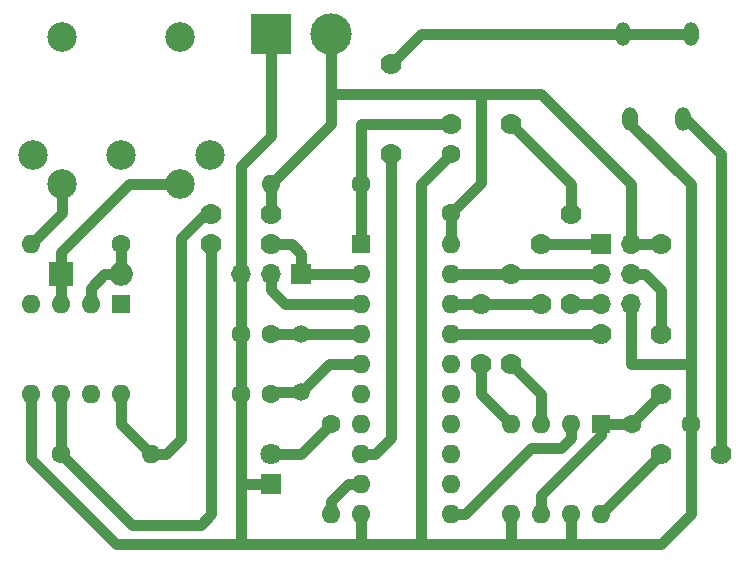
<source format=gbl>
G04 #@! TF.GenerationSoftware,KiCad,Pcbnew,5.0.2+dfsg1-1~bpo9+1*
G04 #@! TF.CreationDate,2019-03-22T20:12:16+01:00*
G04 #@! TF.ProjectId,main,6d61696e-2e6b-4696-9361-645f70636258,v03*
G04 #@! TF.SameCoordinates,Original*
G04 #@! TF.FileFunction,Copper,L2,Bot*
G04 #@! TF.FilePolarity,Positive*
%FSLAX46Y46*%
G04 Gerber Fmt 4.6, Leading zero omitted, Abs format (unit mm)*
G04 Created by KiCad (PCBNEW 5.0.2+dfsg1-1~bpo9+1) date Fri 22 Mar 2019 08:12:16 PM CET*
%MOMM*%
%LPD*%
G01*
G04 APERTURE LIST*
G04 #@! TA.AperFunction,ComponentPad*
%ADD10C,1.600000*%
G04 #@! TD*
G04 #@! TA.AperFunction,ComponentPad*
%ADD11R,1.800000X1.800000*%
G04 #@! TD*
G04 #@! TA.AperFunction,ComponentPad*
%ADD12C,1.800000*%
G04 #@! TD*
G04 #@! TA.AperFunction,ComponentPad*
%ADD13O,1.300000X2.000000*%
G04 #@! TD*
G04 #@! TA.AperFunction,ComponentPad*
%ADD14C,2.499360*%
G04 #@! TD*
G04 #@! TA.AperFunction,WasherPad*
%ADD15C,2.499360*%
G04 #@! TD*
G04 #@! TA.AperFunction,ComponentPad*
%ADD16R,1.700000X1.700000*%
G04 #@! TD*
G04 #@! TA.AperFunction,ComponentPad*
%ADD17O,1.700000X1.700000*%
G04 #@! TD*
G04 #@! TA.AperFunction,ComponentPad*
%ADD18R,1.600000X1.600000*%
G04 #@! TD*
G04 #@! TA.AperFunction,ComponentPad*
%ADD19O,1.600000X1.600000*%
G04 #@! TD*
G04 #@! TA.AperFunction,ComponentPad*
%ADD20C,1.500000*%
G04 #@! TD*
G04 #@! TA.AperFunction,ComponentPad*
%ADD21R,2.000000X2.000000*%
G04 #@! TD*
G04 #@! TA.AperFunction,ComponentPad*
%ADD22O,2.000000X2.000000*%
G04 #@! TD*
G04 #@! TA.AperFunction,ComponentPad*
%ADD23R,3.500120X3.500120*%
G04 #@! TD*
G04 #@! TA.AperFunction,ComponentPad*
%ADD24C,3.500120*%
G04 #@! TD*
G04 #@! TA.AperFunction,ViaPad*
%ADD25C,1.778000*%
G04 #@! TD*
G04 #@! TA.AperFunction,Conductor*
%ADD26C,0.889000*%
G04 #@! TD*
G04 APERTURE END LIST*
D10*
G04 #@! TO.P,C1,1*
G04 #@! TO.N,Net-(C1-Pad1)*
X27900000Y-30480000D03*
G04 #@! TO.P,C1,2*
G04 #@! TO.N,GND*
X25400000Y-30480000D03*
G04 #@! TD*
G04 #@! TO.P,C2,2*
G04 #@! TO.N,GND*
X25400000Y-35560000D03*
G04 #@! TO.P,C2,1*
G04 #@! TO.N,Net-(C2-Pad1)*
X27900000Y-35560000D03*
G04 #@! TD*
D11*
G04 #@! TO.P,D2,1*
G04 #@! TO.N,GND*
X27940000Y-43180000D03*
D12*
G04 #@! TO.P,D2,2*
G04 #@! TO.N,Net-(D2-Pad2)*
X27940000Y-40640000D03*
G04 #@! TD*
D13*
G04 #@! TO.P,J1,1*
G04 #@! TO.N,GND*
X58350000Y-12280000D03*
G04 #@! TO.P,J1,2*
G04 #@! TO.N,TRIG*
X57700000Y-5080000D03*
G04 #@! TO.P,J1,3*
G04 #@! TO.N,DACOUT*
X62850000Y-12280000D03*
G04 #@! TO.P,J1,2*
G04 #@! TO.N,TRIG*
X63500000Y-5080000D03*
G04 #@! TD*
D14*
G04 #@! TO.P,J2,3*
G04 #@! TO.N,Net-(J2-Pad3)*
X22738080Y-15278100D03*
G04 #@! TO.P,J2,4*
G04 #@! TO.N,Net-(J2-Pad4)*
X10243820Y-17780000D03*
G04 #@! TO.P,J2,2*
G04 #@! TO.N,Net-(J2-Pad2)*
X15240000Y-15280640D03*
G04 #@! TO.P,J2,1*
G04 #@! TO.N,Net-(J2-Pad1)*
X7741920Y-15278100D03*
G04 #@! TO.P,J2,5*
G04 #@! TO.N,Net-(D1-Pad1)*
X20236180Y-17780000D03*
D15*
G04 #@! TO.P,J2,*
G04 #@! TO.N,*
X10238740Y-5283200D03*
X20241260Y-5283200D03*
G04 #@! TD*
D16*
G04 #@! TO.P,J3,1*
G04 #@! TO.N,RX*
X30480000Y-25400000D03*
D17*
G04 #@! TO.P,J3,2*
G04 #@! TO.N,TX*
X27940000Y-25400000D03*
G04 #@! TO.P,J3,3*
G04 #@! TO.N,GND*
X25400000Y-25400000D03*
G04 #@! TD*
D16*
G04 #@! TO.P,J4,1*
G04 #@! TO.N,DO*
X55880000Y-22860000D03*
D17*
G04 #@! TO.P,J4,2*
G04 #@! TO.N,VCC*
X58420000Y-22860000D03*
G04 #@! TO.P,J4,3*
G04 #@! TO.N,SCK*
X55880000Y-25400000D03*
G04 #@! TO.P,J4,4*
G04 #@! TO.N,MOSI*
X58420000Y-25400000D03*
G04 #@! TO.P,J4,5*
G04 #@! TO.N,RST*
X55880000Y-27940000D03*
G04 #@! TO.P,J4,6*
G04 #@! TO.N,GND*
X58420000Y-27940000D03*
G04 #@! TD*
D18*
G04 #@! TO.P,U1,1*
G04 #@! TO.N,Net-(U1-Pad1)*
X15240000Y-27940000D03*
D19*
G04 #@! TO.P,U1,5*
G04 #@! TO.N,GND*
X7620000Y-35560000D03*
G04 #@! TO.P,U1,2*
G04 #@! TO.N,Net-(D1-Pad2)*
X12700000Y-27940000D03*
G04 #@! TO.P,U1,6*
G04 #@! TO.N,RX*
X10160000Y-35560000D03*
G04 #@! TO.P,U1,3*
G04 #@! TO.N,Net-(D1-Pad1)*
X10160000Y-27940000D03*
G04 #@! TO.P,U1,7*
G04 #@! TO.N,Net-(U1-Pad7)*
X12700000Y-35560000D03*
G04 #@! TO.P,U1,4*
G04 #@! TO.N,Net-(U1-Pad4)*
X7620000Y-27940000D03*
G04 #@! TO.P,U1,8*
G04 #@! TO.N,VCC*
X15240000Y-35560000D03*
G04 #@! TD*
G04 #@! TO.P,U2,8*
G04 #@! TO.N,DACOUT*
X55880000Y-45720000D03*
G04 #@! TO.P,U2,4*
G04 #@! TO.N,DO*
X48260000Y-38100000D03*
G04 #@! TO.P,U2,7*
G04 #@! TO.N,GND*
X53340000Y-45720000D03*
G04 #@! TO.P,U2,3*
G04 #@! TO.N,SCK*
X50800000Y-38100000D03*
G04 #@! TO.P,U2,6*
G04 #@! TO.N,VCC*
X50800000Y-45720000D03*
G04 #@! TO.P,U2,2*
G04 #@! TO.N,~CS*
X53340000Y-38100000D03*
G04 #@! TO.P,U2,5*
G04 #@! TO.N,GND*
X48260000Y-45720000D03*
D18*
G04 #@! TO.P,U2,1*
G04 #@! TO.N,VCC*
X55880000Y-38100000D03*
G04 #@! TD*
G04 #@! TO.P,U3,1*
G04 #@! TO.N,RST*
X35560000Y-22860000D03*
D19*
G04 #@! TO.P,U3,11*
G04 #@! TO.N,~CS*
X43180000Y-45720000D03*
G04 #@! TO.P,U3,2*
G04 #@! TO.N,RX*
X35560000Y-25400000D03*
G04 #@! TO.P,U3,12*
G04 #@! TO.N,Net-(U3-Pad12)*
X43180000Y-43180000D03*
G04 #@! TO.P,U3,3*
G04 #@! TO.N,TX*
X35560000Y-27940000D03*
G04 #@! TO.P,U3,13*
G04 #@! TO.N,Net-(U3-Pad13)*
X43180000Y-40640000D03*
G04 #@! TO.P,U3,4*
G04 #@! TO.N,Net-(C1-Pad1)*
X35560000Y-30480000D03*
G04 #@! TO.P,U3,14*
G04 #@! TO.N,Net-(U3-Pad14)*
X43180000Y-38100000D03*
G04 #@! TO.P,U3,5*
G04 #@! TO.N,Net-(C2-Pad1)*
X35560000Y-33020000D03*
G04 #@! TO.P,U3,15*
G04 #@! TO.N,Net-(U3-Pad15)*
X43180000Y-35560000D03*
G04 #@! TO.P,U3,6*
G04 #@! TO.N,Net-(U3-Pad6)*
X35560000Y-35560000D03*
G04 #@! TO.P,U3,16*
G04 #@! TO.N,Net-(U3-Pad16)*
X43180000Y-33020000D03*
G04 #@! TO.P,U3,7*
G04 #@! TO.N,Net-(U3-Pad7)*
X35560000Y-38100000D03*
G04 #@! TO.P,U3,17*
G04 #@! TO.N,MOSI*
X43180000Y-30480000D03*
G04 #@! TO.P,U3,8*
G04 #@! TO.N,TRIG*
X35560000Y-40640000D03*
G04 #@! TO.P,U3,18*
G04 #@! TO.N,DO*
X43180000Y-27940000D03*
G04 #@! TO.P,U3,9*
G04 #@! TO.N,Net-(R4-Pad2)*
X35560000Y-43180000D03*
G04 #@! TO.P,U3,19*
G04 #@! TO.N,SCK*
X43180000Y-25400000D03*
G04 #@! TO.P,U3,10*
G04 #@! TO.N,GND*
X35560000Y-45720000D03*
G04 #@! TO.P,U3,20*
G04 #@! TO.N,VCC*
X43180000Y-22860000D03*
G04 #@! TD*
D20*
G04 #@! TO.P,Y1,1*
G04 #@! TO.N,Net-(C1-Pad1)*
X30480000Y-30480000D03*
G04 #@! TO.P,Y1,2*
G04 #@! TO.N,Net-(C2-Pad1)*
X30480000Y-35380000D03*
G04 #@! TD*
D21*
G04 #@! TO.P,D1,1*
G04 #@! TO.N,Net-(D1-Pad1)*
X10160000Y-25400000D03*
D22*
G04 #@! TO.P,D1,2*
G04 #@! TO.N,Net-(D1-Pad2)*
X15240000Y-25400000D03*
G04 #@! TD*
D19*
G04 #@! TO.P,R1,2*
G04 #@! TO.N,VCC*
X27940000Y-17780000D03*
D10*
G04 #@! TO.P,R1,1*
G04 #@! TO.N,RST*
X35560000Y-17780000D03*
G04 #@! TD*
G04 #@! TO.P,R2,1*
G04 #@! TO.N,Net-(D1-Pad2)*
X15240000Y-22860000D03*
D19*
G04 #@! TO.P,R2,2*
G04 #@! TO.N,Net-(J2-Pad4)*
X7620000Y-22860000D03*
G04 #@! TD*
D10*
G04 #@! TO.P,R3,1*
G04 #@! TO.N,RX*
X10160000Y-40640000D03*
D19*
G04 #@! TO.P,R3,2*
G04 #@! TO.N,VCC*
X17780000Y-40640000D03*
G04 #@! TD*
G04 #@! TO.P,R4,2*
G04 #@! TO.N,Net-(R4-Pad2)*
X33020000Y-45720000D03*
D10*
G04 #@! TO.P,R4,1*
G04 #@! TO.N,Net-(D2-Pad2)*
X33020000Y-38100000D03*
G04 #@! TD*
G04 #@! TO.P,C3,1*
G04 #@! TO.N,VCC*
X58500000Y-38100000D03*
G04 #@! TO.P,C3,2*
G04 #@! TO.N,GND*
X63500000Y-38100000D03*
G04 #@! TD*
G04 #@! TO.P,C4,2*
G04 #@! TO.N,GND*
X43180000Y-15240000D03*
G04 #@! TO.P,C4,1*
G04 #@! TO.N,VCC*
X43180000Y-20240000D03*
G04 #@! TD*
D23*
G04 #@! TO.P,J5,1*
G04 #@! TO.N,GND*
X27940000Y-5080000D03*
D24*
G04 #@! TO.P,J5,2*
G04 #@! TO.N,VCC*
X33020000Y-5080000D03*
G04 #@! TD*
D25*
G04 #@! TO.N,VCC*
X27940000Y-20320000D03*
X22860000Y-20320000D03*
X60960000Y-22860000D03*
X60960000Y-35560000D03*
G04 #@! TO.N,TRIG*
X38100000Y-15240000D03*
X38100000Y-7620000D03*
G04 #@! TO.N,DACOUT*
X60960000Y-40640000D03*
X66040000Y-40640000D03*
G04 #@! TO.N,RX*
X22860000Y-22860000D03*
X27940000Y-22860000D03*
G04 #@! TO.N,DO*
X45720000Y-33020000D03*
X45720000Y-27940000D03*
X50800000Y-22860000D03*
X50800000Y-27940000D03*
G04 #@! TO.N,SCK*
X48260000Y-33020000D03*
X48260000Y-25400000D03*
G04 #@! TO.N,MOSI*
X55880000Y-30480000D03*
X60960000Y-30480000D03*
G04 #@! TO.N,RST*
X53340000Y-20320000D03*
X53340000Y-27940000D03*
X43180000Y-12700000D03*
X48260000Y-12700000D03*
G04 #@! TD*
D26*
G04 #@! TO.N,GND*
X25400000Y-35560000D02*
X25400000Y-30480000D01*
X25400000Y-25400000D02*
X25400000Y-30480000D01*
X27940000Y-43180000D02*
X25400000Y-43180000D01*
X25400000Y-43180000D02*
X25400000Y-35560000D01*
X25400000Y-48260000D02*
X25400000Y-43180000D01*
X7620000Y-36691370D02*
X7620000Y-35560000D01*
X7620000Y-41069622D02*
X7620000Y-36691370D01*
X14810378Y-48260000D02*
X7620000Y-41069622D01*
X25400000Y-48260000D02*
X14810378Y-48260000D01*
X35560000Y-45720000D02*
X35560000Y-48260000D01*
X35560000Y-48260000D02*
X25400000Y-48260000D01*
X48260000Y-48260000D02*
X48260000Y-45720000D01*
X48260000Y-48260000D02*
X53340000Y-48260000D01*
X53340000Y-48260000D02*
X53340000Y-45720000D01*
X63500000Y-38100000D02*
X63500000Y-45720000D01*
X60960000Y-48260000D02*
X53340000Y-48260000D01*
X63500000Y-45720000D02*
X60960000Y-48260000D01*
X58420000Y-27940000D02*
X58420000Y-33020000D01*
X58420000Y-33020000D02*
X63500000Y-33020000D01*
X63500000Y-38100000D02*
X63500000Y-33020000D01*
X58350000Y-12630000D02*
X58350000Y-12280000D01*
X63500000Y-17780000D02*
X58350000Y-12630000D01*
X63500000Y-33020000D02*
X63500000Y-17780000D01*
X40640000Y-48260000D02*
X40640000Y-17780000D01*
X40640000Y-17780000D02*
X43180000Y-15240000D01*
X35560000Y-48260000D02*
X40640000Y-48260000D01*
X40640000Y-48260000D02*
X48260000Y-48260000D01*
X27940000Y-13711329D02*
X27940000Y-5080000D01*
X25400000Y-16251329D02*
X27940000Y-13711329D01*
X25400000Y-25400000D02*
X25400000Y-16251329D01*
G04 #@! TO.N,Net-(C1-Pad1)*
X35560000Y-30480000D02*
X30480000Y-30480000D01*
X30480000Y-30480000D02*
X27900000Y-30480000D01*
G04 #@! TO.N,Net-(C2-Pad1)*
X32840000Y-33020000D02*
X30480000Y-35380000D01*
X35560000Y-33020000D02*
X32840000Y-33020000D01*
X28080000Y-35380000D02*
X27900000Y-35560000D01*
X30480000Y-35380000D02*
X28080000Y-35380000D01*
G04 #@! TO.N,VCC*
X15240000Y-38100000D02*
X17780000Y-40640000D01*
X15240000Y-35560000D02*
X15240000Y-38100000D01*
X27940000Y-20320000D02*
X27940000Y-17780000D01*
X22298658Y-20320000D02*
X22860000Y-20320000D01*
X17780000Y-40640000D02*
X19050000Y-40640000D01*
X19050000Y-40640000D02*
X20320000Y-39370000D01*
X20320000Y-39370000D02*
X20320000Y-22298658D01*
X20320000Y-22298658D02*
X22298658Y-20320000D01*
X55880000Y-39026250D02*
X55880000Y-38100000D01*
X50800000Y-44106250D02*
X55880000Y-39026250D01*
X50800000Y-45720000D02*
X50800000Y-44106250D01*
X55880000Y-38100000D02*
X58500000Y-38100000D01*
X58500000Y-38020000D02*
X60960000Y-35560000D01*
X58500000Y-38100000D02*
X58500000Y-38020000D01*
X60960000Y-22860000D02*
X58420000Y-22860000D01*
X43180000Y-22860000D02*
X43180000Y-20240000D01*
X45720000Y-17700000D02*
X43180000Y-20240000D01*
X45720000Y-10160000D02*
X45720000Y-17700000D01*
X38100000Y-10160000D02*
X45720000Y-10160000D01*
X50800000Y-10160000D02*
X58420000Y-17780000D01*
X58420000Y-17780000D02*
X58420000Y-22860000D01*
X45720000Y-10160000D02*
X50800000Y-10160000D01*
X33020000Y-5080000D02*
X33020000Y-10160000D01*
X33020000Y-10160000D02*
X38100000Y-10160000D01*
X33020000Y-10160000D02*
X33020000Y-12700000D01*
X33020000Y-12700000D02*
X27940000Y-17780000D01*
G04 #@! TO.N,Net-(D1-Pad1)*
X10160000Y-23511000D02*
X10160000Y-25400000D01*
X15891000Y-17780000D02*
X10160000Y-23511000D01*
X20236180Y-17780000D02*
X15891000Y-17780000D01*
X10160000Y-25400000D02*
X10160000Y-27940000D01*
G04 #@! TO.N,Net-(D1-Pad2)*
X15240000Y-22860000D02*
X15240000Y-25400000D01*
X12700000Y-26808630D02*
X12700000Y-27940000D01*
X12700000Y-26525787D02*
X12700000Y-26808630D01*
X13825787Y-25400000D02*
X12700000Y-26525787D01*
X15240000Y-25400000D02*
X13825787Y-25400000D01*
G04 #@! TO.N,Net-(D2-Pad2)*
X30480000Y-40640000D02*
X33020000Y-38100000D01*
X27940000Y-40640000D02*
X30480000Y-40640000D01*
G04 #@! TO.N,TRIG*
X63500000Y-5080000D02*
X57700000Y-5080000D01*
X40640000Y-5080000D02*
X57700000Y-5080000D01*
X35560000Y-40640000D02*
X36691370Y-40640000D01*
X36691370Y-40640000D02*
X38100000Y-39231370D01*
X38100000Y-38341662D02*
X38100000Y-15240000D01*
X38100000Y-39231370D02*
X38100000Y-38341662D01*
X38100000Y-7620000D02*
X40640000Y-5080000D01*
G04 #@! TO.N,DACOUT*
X55880000Y-45720000D02*
X60960000Y-40640000D01*
X63080000Y-12280000D02*
X62850000Y-12280000D01*
X66040000Y-15240000D02*
X63080000Y-12280000D01*
X66040000Y-40640000D02*
X66040000Y-15240000D01*
G04 #@! TO.N,RX*
X10160000Y-35560000D02*
X10160000Y-40640000D01*
X35560000Y-25400000D02*
X30480000Y-25400000D01*
X10160000Y-40640000D02*
X16128990Y-46608990D01*
X16128990Y-46608990D02*
X21971010Y-46608990D01*
X29679000Y-22860000D02*
X27940000Y-22860000D01*
X30480000Y-23661000D02*
X29679000Y-22860000D01*
X30480000Y-25400000D02*
X30480000Y-23661000D01*
X22860000Y-45720000D02*
X21971010Y-46608990D01*
X22860000Y-22860000D02*
X22860000Y-45720000D01*
G04 #@! TO.N,TX*
X27940000Y-26731702D02*
X27940000Y-26602081D01*
X29148298Y-27940000D02*
X27940000Y-26731702D01*
X27940000Y-26602081D02*
X27940000Y-25400000D01*
X35560000Y-27940000D02*
X29148298Y-27940000D01*
G04 #@! TO.N,DO*
X43180000Y-27940000D02*
X45720000Y-27940000D01*
X45720000Y-27940000D02*
X50800000Y-27940000D01*
X50800000Y-22860000D02*
X55880000Y-22860000D01*
X45720000Y-35560000D02*
X45720000Y-33020000D01*
X48260000Y-38100000D02*
X45720000Y-35560000D01*
G04 #@! TO.N,SCK*
X43180000Y-25400000D02*
X48260000Y-25400000D01*
X48260000Y-25400000D02*
X55880000Y-25400000D01*
X50800000Y-35560000D02*
X48260000Y-33020000D01*
X50800000Y-38100000D02*
X50800000Y-35560000D01*
G04 #@! TO.N,MOSI*
X43180000Y-30480000D02*
X55880000Y-30480000D01*
X59622081Y-25400000D02*
X58420000Y-25400000D01*
X60960000Y-26737919D02*
X59622081Y-25400000D01*
X60960000Y-30480000D02*
X60960000Y-26737919D01*
G04 #@! TO.N,RST*
X35560000Y-17780000D02*
X35560000Y-22860000D01*
X55880000Y-27940000D02*
X53340000Y-27940000D01*
X53340000Y-17780000D02*
X53340000Y-20320000D01*
X48260000Y-12700000D02*
X53340000Y-17780000D01*
X35560000Y-15240000D02*
X35560000Y-17780000D01*
X43180000Y-12700000D02*
X35560000Y-12700000D01*
X35560000Y-12700000D02*
X35560000Y-15240000D01*
G04 #@! TO.N,~CS*
X53340000Y-39231370D02*
X53340000Y-38100000D01*
X52464869Y-40106501D02*
X53340000Y-39231370D01*
X44311370Y-45720000D02*
X49924869Y-40106501D01*
X49924869Y-40106501D02*
X52464869Y-40106501D01*
X43180000Y-45720000D02*
X44311370Y-45720000D01*
G04 #@! TO.N,Net-(J2-Pad4)*
X10243820Y-20236180D02*
X7620000Y-22860000D01*
X10243820Y-17780000D02*
X10243820Y-20236180D01*
G04 #@! TO.N,Net-(R4-Pad2)*
X34428630Y-43180000D02*
X35560000Y-43180000D01*
X33020000Y-44588630D02*
X34428630Y-43180000D01*
X33020000Y-45720000D02*
X33020000Y-44588630D01*
G04 #@! TD*
M02*

</source>
